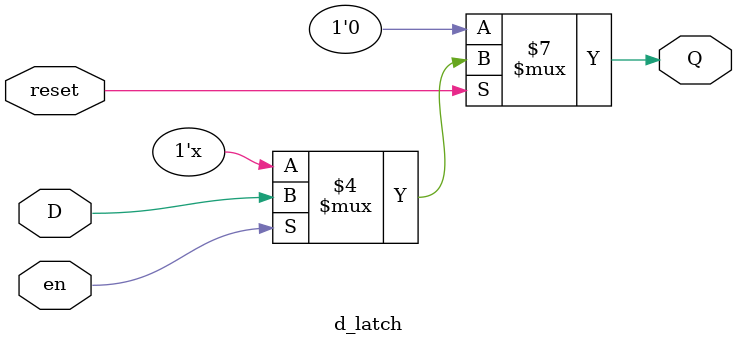
<source format=v>

module d_latch (
	input D, // Data Input
	input en, // Enable Signal
	input reset, // Asynchronous Reset Low
	output reg Q); // Data Output

always @(en or reset or D) begin

if (reset == 1'b0) 
Q <= 1'b0;
else if (en) 
Q <= D;
else Q <= Q; // Latch when en == 0

end

endmodule

</source>
